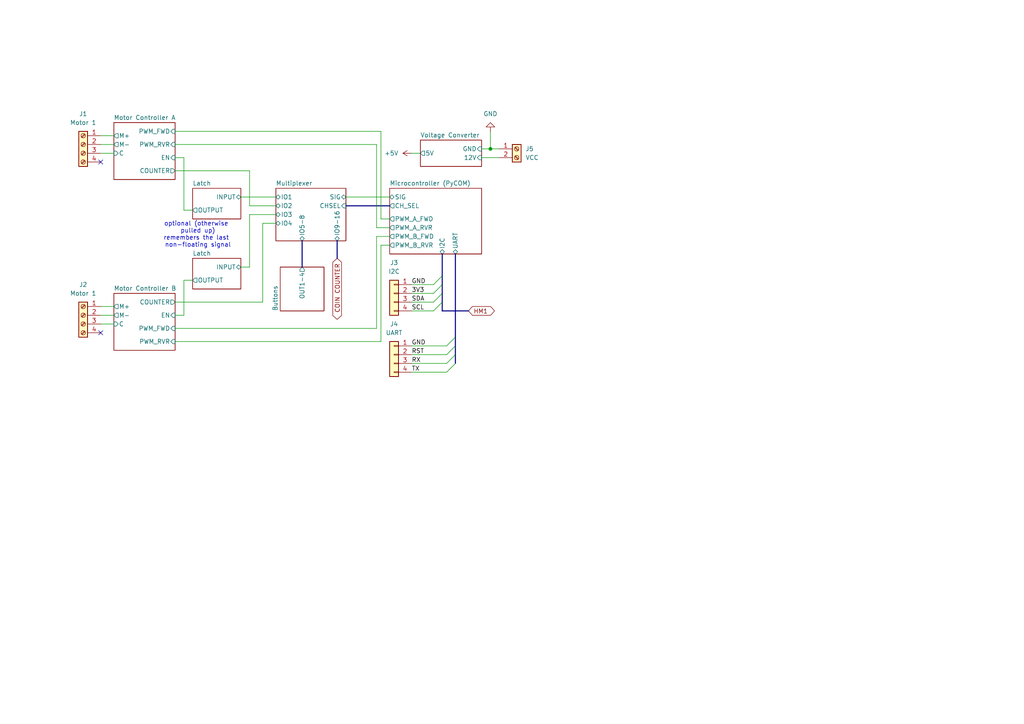
<source format=kicad_sch>
(kicad_sch (version 20231120) (generator "eeschema") (generator_version "8.0")
  (paper "A4")
  (lib_symbols
    (symbol "Connector:Screw_Terminal_01x02" (pin_names (offset 1.016) hide)
      (property "Reference" "J" (at 0 2.54 0))
      (property "Value" "Screw_Terminal_01x02" (at 0 -5.08 0))
      (symbol "Screw_Terminal_01x02_1_1"
        (rectangle (start -1.27 1.27) (end 1.27 -3.81) (stroke (width 0.254)) (fill (type background)))
        (circle (center 0 -2.54) (radius 0.635) (stroke (width 0.1524)))
        (polyline (pts (xy -0.5334 -2.2098) (xy 0.3302 -3.048)) (stroke (width 0.1524)))
        (polyline (pts (xy -0.5334 0.3302) (xy 0.3302 -0.508)) (stroke (width 0.1524)))
        (polyline (pts (xy -0.3556 -2.032) (xy 0.508 -2.8702)) (stroke (width 0.1524)))
        (polyline (pts (xy -0.3556 0.508) (xy 0.508 -0.3302)) (stroke (width 0.1524)))
        (circle (center 0 0) (radius 0.635) (stroke (width 0.1524)))
        (pin passive line (at -5.08 0 0) (length 3.81) (name "Pin_1") (number "1"))
        (pin passive line (at -5.08 -2.54 0) (length 3.81) (name "Pin_2") (number "2"))
      )
    )
    (symbol "Connector:Screw_Terminal_01x04" (pin_names (offset 1.016) hide)
      (property "Reference" "J" (at 0 5.08 0))
      (property "Value" "Screw_Terminal_01x04" (at 0 -7.62 0))
      (symbol "Screw_Terminal_01x04_1_1"
        (rectangle (start -1.27 3.81) (end 1.27 -6.35) (stroke (width 0.254)) (fill (type background)))
        (circle (center 0 -5.08) (radius 0.635) (stroke (width 0.1524)))
        (circle (center 0 -2.54) (radius 0.635) (stroke (width 0.1524)))
        (polyline (pts (xy -0.5334 -4.7498) (xy 0.3302 -5.588)) (stroke (width 0.1524)))
        (polyline (pts (xy -0.5334 -2.2098) (xy 0.3302 -3.048)) (stroke (width 0.1524)))
        (polyline (pts (xy -0.5334 0.3302) (xy 0.3302 -0.508)) (stroke (width 0.1524)))
        (polyline (pts (xy -0.5334 2.8702) (xy 0.3302 2.032)) (stroke (width 0.1524)))
        (polyline (pts (xy -0.3556 -4.572) (xy 0.508 -5.4102)) (stroke (width 0.1524)))
        (polyline (pts (xy -0.3556 -2.032) (xy 0.508 -2.8702)) (stroke (width 0.1524)))
        (polyline (pts (xy -0.3556 0.508) (xy 0.508 -0.3302)) (stroke (width 0.1524)))
        (polyline (pts (xy -0.3556 3.048) (xy 0.508 2.2098)) (stroke (width 0.1524)))
        (circle (center 0 0) (radius 0.635) (stroke (width 0.1524)))
        (circle (center 0 2.54) (radius 0.635) (stroke (width 0.1524)))
        (pin passive line (at -5.08 2.54 0) (length 3.81) (name "Pin_1") (number "1"))
        (pin passive line (at -5.08 0 0) (length 3.81) (name "Pin_2") (number "2"))
        (pin passive line (at -5.08 -2.54 0) (length 3.81) (name "Pin_3") (number "3"))
        (pin passive line (at -5.08 -5.08 0) (length 3.81) (name "Pin_4") (number "4"))
      )
    )
    (symbol "Connector_Generic:Conn_01x04" (pin_names (offset 1.016) hide)
      (property "Reference" "J" (at 0 5.08 0))
      (property "Value" "Conn_01x04" (at 0 -7.62 0))
      (symbol "Conn_01x04_1_1"
        (rectangle (start -1.27 -4.953) (end 0 -5.207) (stroke (width 0.1524)))
        (rectangle (start -1.27 -2.413) (end 0 -2.667) (stroke (width 0.1524)))
        (rectangle (start -1.27 0.127) (end 0 -0.127) (stroke (width 0.1524)))
        (rectangle (start -1.27 2.667) (end 0 2.413) (stroke (width 0.1524)))
        (rectangle (start -1.27 3.81) (end 1.27 -6.35) (stroke (width 0.254)) (fill (type background)))
        (pin passive line (at -5.08 2.54 0) (length 3.81) (name "Pin_1") (number "1"))
        (pin passive line (at -5.08 0 0) (length 3.81) (name "Pin_2") (number "2"))
        (pin passive line (at -5.08 -2.54 0) (length 3.81) (name "Pin_3") (number "3"))
        (pin passive line (at -5.08 -5.08 0) (length 3.81) (name "Pin_4") (number "4"))
      )
    )
    (symbol "power:+5V" (power) (pin_numbers hide) (pin_names (offset 0) hide)
      (property "Value" "+5V" (at 0 3.556 0))
      (symbol "+5V_0_1"
        (polyline (pts (xy -0.762 1.27) (xy 0 2.54)))
        (polyline (pts (xy 0 0) (xy 0 2.54)))
        (polyline (pts (xy 0 2.54) (xy 0.762 1.27)))
      )
      (symbol "+5V_1_1"
        (pin power_in line (at 0 0 90) (length 0) (name "~") (number "1"))
      )
    )
    (symbol "power:GND" (power) (pin_numbers hide) (pin_names (offset 0) hide)
      (property "Value" "GND" (at 0 -3.81 0))
      (symbol "GND_0_1"
        (polyline (pts (xy 0 0) (xy 0 -1.27) (xy 1.27 -1.27) (xy 0 -2.54) (xy -1.27 -1.27) (xy 0 -1.27)))
      )
      (symbol "GND_1_1"
        (pin power_in line (at 0 0 270) (length 0) (name "~") (number "1"))
      )
    )
  )
  (junction (at 142.24 43.18))
  (no_connect (at 29.21 96.52))
  (no_connect (at 29.21 46.99))
  (bus_entry (at 129.54 100.33) (size 2.54 -2.54))
  (bus_entry (at 129.54 107.95) (size 2.54 -2.54))
  (bus_entry (at 125.73 87.63) (size 2.54 -2.54))
  (bus_entry (at 129.54 105.41) (size 2.54 -2.54))
  (bus_entry (at 129.54 102.87) (size 2.54 -2.54))
  (bus_entry (at 125.73 85.09) (size 2.54 -2.54))
  (bus_entry (at 125.73 82.55) (size 2.54 -2.54))
  (bus_entry (at 125.73 90.17) (size 2.54 -2.54))
  (wire (pts (xy 76.2 64.77) (xy 76.2 87.63)))
  (wire (pts (xy 110.49 63.5) (xy 113.03 63.5)))
  (wire (pts (xy 119.38 105.41) (xy 129.54 105.41)))
  (wire (pts (xy 119.38 100.33) (xy 129.54 100.33)))
  (bus (pts (xy 132.08 97.79) (xy 132.08 100.33)))
  (wire (pts (xy 119.38 87.63) (xy 125.73 87.63)))
  (wire (pts (xy 29.21 41.91) (xy 33.02 41.91)))
  (bus (pts (xy 97.79 69.85) (xy 97.79 74.93)))
  (wire (pts (xy 142.24 38.1) (xy 142.24 43.18)))
  (wire (pts (xy 50.8 49.53) (xy 72.39 49.53)))
  (bus (pts (xy 87.63 69.85) (xy 87.63 77.47)))
  (wire (pts (xy 72.39 49.53) (xy 72.39 59.69)))
  (wire (pts (xy 53.34 45.72) (xy 53.34 60.96)))
  (wire (pts (xy 29.21 93.98) (xy 33.02 93.98)))
  (wire (pts (xy 142.24 43.18) (xy 144.78 43.18)))
  (wire (pts (xy 50.8 91.44) (xy 53.34 91.44)))
  (wire (pts (xy 109.22 68.58) (xy 113.03 68.58)))
  (wire (pts (xy 110.49 99.06) (xy 50.8 99.06)))
  (bus (pts (xy 132.08 73.66) (xy 132.08 97.79)))
  (wire (pts (xy 119.38 82.55) (xy 125.73 82.55)))
  (wire (pts (xy 29.21 44.45) (xy 33.02 44.45)))
  (wire (pts (xy 119.38 107.95) (xy 129.54 107.95)))
  (wire (pts (xy 50.8 41.91) (xy 109.22 41.91)))
  (wire (pts (xy 119.38 102.87) (xy 129.54 102.87)))
  (bus (pts (xy 132.08 100.33) (xy 132.08 102.87)))
  (wire (pts (xy 80.01 62.23) (xy 72.39 62.23)))
  (bus (pts (xy 128.27 90.17) (xy 128.27 87.63)))
  (wire (pts (xy 50.8 38.1) (xy 110.49 38.1)))
  (wire (pts (xy 69.85 77.47) (xy 72.39 77.47)))
  (wire (pts (xy 69.85 57.15) (xy 80.01 57.15)))
  (bus (pts (xy 128.27 80.01) (xy 128.27 82.55)))
  (bus (pts (xy 100.33 59.69) (xy 113.03 59.69)))
  (wire (pts (xy 53.34 81.28) (xy 55.88 81.28)))
  (wire (pts (xy 139.7 45.72) (xy 144.78 45.72)))
  (bus (pts (xy 135.89 90.17) (xy 128.27 90.17)))
  (wire (pts (xy 139.7 43.18) (xy 142.24 43.18)))
  (wire (pts (xy 29.21 91.44) (xy 33.02 91.44)))
  (wire (pts (xy 29.21 39.37) (xy 33.02 39.37)))
  (wire (pts (xy 109.22 41.91) (xy 109.22 66.04)))
  (wire (pts (xy 50.8 95.25) (xy 109.22 95.25)))
  (wire (pts (xy 53.34 60.96) (xy 55.88 60.96)))
  (wire (pts (xy 80.01 64.77) (xy 76.2 64.77)))
  (wire (pts (xy 100.33 57.15) (xy 113.03 57.15)))
  (wire (pts (xy 50.8 87.63) (xy 76.2 87.63)))
  (wire (pts (xy 119.38 90.17) (xy 125.73 90.17)))
  (wire (pts (xy 110.49 38.1) (xy 110.49 63.5)))
  (bus (pts (xy 128.27 82.55) (xy 128.27 85.09)))
  (wire (pts (xy 72.39 59.69) (xy 80.01 59.69)))
  (wire (pts (xy 29.21 88.9) (xy 33.02 88.9)))
  (wire (pts (xy 110.49 71.12) (xy 110.49 99.06)))
  (wire (pts (xy 119.38 44.45) (xy 121.92 44.45)))
  (wire (pts (xy 50.8 45.72) (xy 53.34 45.72)))
  (bus (pts (xy 132.08 102.87) (xy 132.08 105.41)))
  (bus (pts (xy 128.27 85.09) (xy 128.27 87.63)))
  (bus (pts (xy 128.27 73.66) (xy 128.27 80.01)))
  (wire (pts (xy 119.38 85.09) (xy 125.73 85.09)))
  (wire (pts (xy 109.22 68.58) (xy 109.22 95.25)))
  (wire (pts (xy 53.34 91.44) (xy 53.34 81.28)))
  (wire (pts (xy 72.39 62.23) (xy 72.39 77.47)))
  (wire (pts (xy 109.22 66.04) (xy 113.03 66.04)))
  (wire (pts (xy 110.49 71.12) (xy 113.03 71.12)))
  (text "optional (otherwise \npulled up)\nremembers the last \nnon-floating signal" (at 57.404 68.072 0) (effects (font (size 1.27 1.27))))
  (label "TX" (at 119.38 107.95 0))
  (label "3V3" (at 119.38 85.09 0))
  (label "GND" (at 119.38 100.33 0))
  (label "RX" (at 119.38 105.41 0))
  (label "SDA" (at 119.38 87.63 0))
  (label "GND" (at 119.38 82.55 0))
  (label "SCL" (at 119.38 90.17 0))
  (label "RST" (at 119.38 102.87 0))
  (global_label "COIN COUNTER" (shape bidirectional) (at 97.79 74.93 270) (property "Intersheetrefs" "${INTERSHEET_REFS}" (effects (hide yes))))
  (global_label "HM1" (shape bidirectional) (at 135.89 90.17 0) (property "Intersheetrefs" "${INTERSHEET_REFS}" (effects (hide yes))))
  (symbol (lib_id "Connector:Screw_Terminal_01x04") (at 24.13 91.44 0) (mirror y) (unit 1)
    (property "Reference" "J2" (at 24.13 82.55 0))
    (property "Value" "Motor 1" (at 24.13 85.09 0))
    (property "Description" "Generic screw terminal, single row, 01x04, script generated (kicad-library-utils/schlib/autogen/connector/)" (effects (hide yes)))
  )
  (symbol (lib_id "Connector_Generic:Conn_01x04") (at 114.3 102.87 0) (mirror y) (unit 1)
    (property "Reference" "J4" (at 114.3 93.98 0))
    (property "Value" "UART" (at 114.3 96.52 0))
    (property "Description" "Generic connector, single row, 01x04, script generated (kicad-library-utils/schlib/autogen/connector/)" (effects (hide yes)))
  )
  (symbol (lib_id "Connector:Screw_Terminal_01x02") (at 149.86 43.18 0) (unit 1)
    (property "Reference" "J5" (at 152.4 43.1799 0) (effects (justify left)))
    (property "Value" "VCC" (at 152.4 45.7199 0) (effects (justify left)))
    (property "Description" "Generic screw terminal, single row, 01x02, script generated (kicad-library-utils/schlib/autogen/connector/)" (effects (hide yes)))
  )
  (symbol (lib_id "power:GND") (at 142.24 38.1 180) (unit 1)
    (property "Reference" "#PWR02" (effects (hide yes)))
    (property "Value" "GND" (at 142.24 33.02 0))
    (property "Description" "Power symbol creates a global label with name \"GND\" , ground" (effects (hide yes)))
  )
  (symbol (lib_id "power:+5V") (at 119.38 44.45 90) (unit 1)
    (property "Reference" "#PWR01" (effects (hide yes)))
    (property "Value" "+5V" (at 115.57 44.4499 90) (effects (justify left)))
    (property "Description" "Power symbol creates a global label with name \"+5V\"" (effects (hide yes)))
  )
  (symbol (lib_id "Connector:Screw_Terminal_01x04") (at 24.13 41.91 0) (mirror y) (unit 1)
    (property "Reference" "J1" (at 24.13 33.02 0))
    (property "Value" "Motor 1" (at 24.13 35.56 0))
    (property "Description" "Generic screw terminal, single row, 01x04, script generated (kicad-library-utils/schlib/autogen/connector/)" (effects (hide yes)))
  )
  (symbol (lib_id "Connector_Generic:Conn_01x04") (at 114.3 85.09 0) (mirror y) (unit 1)
    (property "Reference" "J3" (at 114.3 76.2 0))
    (property "Value" "I2C" (at 114.3 78.74 0))
    (property "Description" "Generic connector, single row, 01x04, script generated (kicad-library-utils/schlib/autogen/connector/)" (effects (hide yes)))
  )
  (sheet (at 80.01 54.61) (size 20.32 15.24) (stroke (width 0.1524))
    (property "Sheetname" "Multiplexer" (at 80.01 53.8984 0) (effects (justify left bottom)))
    (property "Sheetfile" "multiplexer.kicad_sch" (effects (hide yes)))
    (pin "IO4" bidirectional (at 80.01 64.77 180))
    (pin "IO2" bidirectional (at 80.01 59.69 180))
    (pin "SIG" bidirectional (at 100.33 57.15 0))
    (pin "IO3" bidirectional (at 80.01 62.23 180))
    (pin "IO5-8" bidirectional (at 87.63 69.85 270))
    (pin "IO9-16" bidirectional (at 97.79 69.85 270))
    (pin "IO1" bidirectional (at 80.01 57.15 180))
    (pin "CHSEL" input (at 100.33 59.69 0))
  )
  (sheet (at 113.03 54.61) (size 26.67 19.05) (stroke (width 0.1524))
    (property "Sheetname" "Microcontroller (PyCOM)" (at 113.03 53.8984 0) (effects (justify left bottom)))
    (property "Sheetfile" "microcontroller.kicad_sch" (effects (hide yes)))
    (pin "PWM_B_RVR" output (at 113.03 71.12 180))
    (pin "SIG" bidirectional (at 113.03 57.15 180))
    (pin "PWM_A_RVR" output (at 113.03 66.04 180))
    (pin "PWM_A_FWD" output (at 113.03 63.5 180))
    (pin "PWM_B_FWD" output (at 113.03 68.58 180))
    (pin "CH_SEL" output (at 113.03 59.69 180))
    (pin "I2C" bidirectional (at 128.27 73.66 270))
    (pin "UART" bidirectional (at 132.08 73.66 270))
  )
  (sheet (at 33.02 35.56) (size 17.78 16.51) (stroke (width 0.1524))
    (property "Sheetname" "Motor Controller A" (at 33.02 34.8484 0) (effects (justify left bottom)))
    (property "Sheetfile" "halfbridge.kicad_sch" (effects (hide yes)))
    (pin "PWM_FWD" input (at 50.8 38.1 0))
    (pin "PWM_RVR" input (at 50.8 41.91 0))
    (pin "C" input (at 33.02 44.45 180))
    (pin "M-" output (at 33.02 41.91 180))
    (pin "M+" output (at 33.02 39.37 180))
    (pin "COUNTER" output (at 50.8 49.53 0))
    (pin "EN" input (at 50.8 45.72 0))
  )
  (sheet (at 55.88 74.93) (size 13.97 8.89) (stroke (width 0.1524))
    (property "Sheetname" "Latch" (at 55.88 74.2184 0) (effects (justify left bottom)))
    (property "Sheetfile" "latch.kicad_sch" (effects (hide yes)))
    (pin "INPUT" tri_state (at 69.85 77.47 0))
    (pin "OUTPUT" output (at 55.88 81.28 180))
  )
  (sheet (at 121.92 40.64) (size 17.78 7.62) (stroke (width 0.1524))
    (property "Sheetname" "Voltage Converter" (at 121.92 39.9284 0) (effects (justify left bottom)))
    (property "Sheetfile" "dcdc.kicad_sch" (effects (hide yes)))
    (pin "12V" input (at 139.7 45.72 0))
    (pin "GND" input (at 139.7 43.18 0))
    (pin "5V" output (at 121.92 44.45 180))
  )
  (sheet (at 81.28 77.47) (size 12.7 12.7) (stroke (width 0.1524))
    (property "Sheetname" "Buttons" (at 80.5684 90.17 90) (effects (justify left bottom)))
    (property "Sheetfile" "buttons.kicad_sch" (effects (hide yes)))
    (pin "OUT1-4" output (at 87.63 77.47 90))
  )
  (sheet (at 33.02 85.09) (size 17.78 16.51) (stroke (width 0.1524))
    (property "Sheetname" "Motor Controller B" (at 33.02 84.3784 0) (effects (justify left bottom)))
    (property "Sheetfile" "halfbridge.kicad_sch" (effects (hide yes)))
    (pin "PWM_FWD" input (at 50.8 95.25 0))
    (pin "PWM_RVR" input (at 50.8 99.06 0))
    (pin "C" input (at 33.02 93.98 180))
    (pin "M-" output (at 33.02 91.44 180))
    (pin "M+" output (at 33.02 88.9 180))
    (pin "COUNTER" output (at 50.8 87.63 0))
    (pin "EN" input (at 50.8 91.44 0))
  )
  (sheet (at 55.88 54.61) (size 13.97 8.89) (stroke (width 0.1524))
    (property "Sheetname" "Latch" (at 55.88 53.8984 0) (effects (justify left bottom)))
    (property "Sheetfile" "latch.kicad_sch" (effects (hide yes)))
    (pin "INPUT" tri_state (at 69.85 57.15 0))
    (pin "OUTPUT" output (at 55.88 60.96 180))
  )
)
</source>
